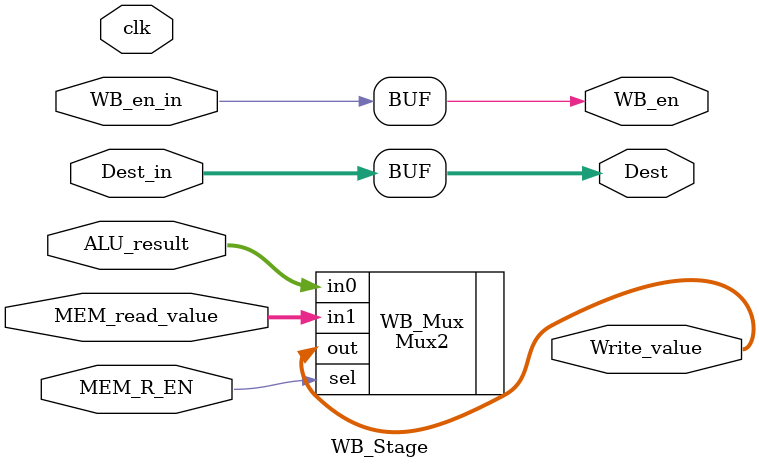
<source format=v>
module WB_Stage(
        input clk,
        input WB_en_in,
        //MEM_Signals
        input MEM_R_EN,
        //memory Address
        input [31:0] ALU_result,

        input [31:0] MEM_read_value,
        input [4:0] Dest_in,

        output WB_en,
        output [31:0] Write_value,
        output [4:0] Dest
    );

    assign Dest = Dest_in;

    assign WB_en = WB_en_in;

    Mux2 WB_Mux(.sel(MEM_R_EN), .in0(ALU_result), .in1(MEM_read_value), .out(Write_value));

endmodule //WB_Stage

</source>
